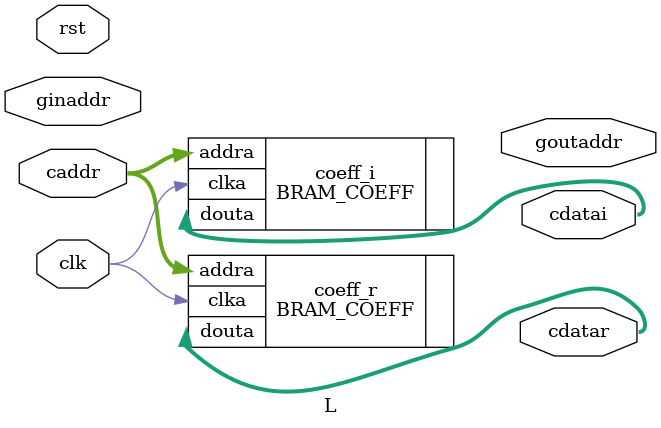
<source format=v>
`timescale 1ns / 1ps
module L(
    input [31:0] caddr,
    output [480:0] cdatar,
	 output [480:0] cdatai,
    input clk,
    input rst,
    input [31:0] ginaddr,
    output [31:0] goutaddr
    );

	BRAM_COEFF coeff_r (
	  .clka(clk), // input clka
	  .addra(caddr), // input [3 : 0] addra
	  .douta(cdatar) // output [479 : 0] douta
	);

	BRAM_COEFF coeff_i (
	  .clka(clk), // input clka
	  .addra(caddr), // input [3 : 0] addra
	  .douta(cdatai) // output [479 : 0] douta
	);
	
	
endmodule

</source>
